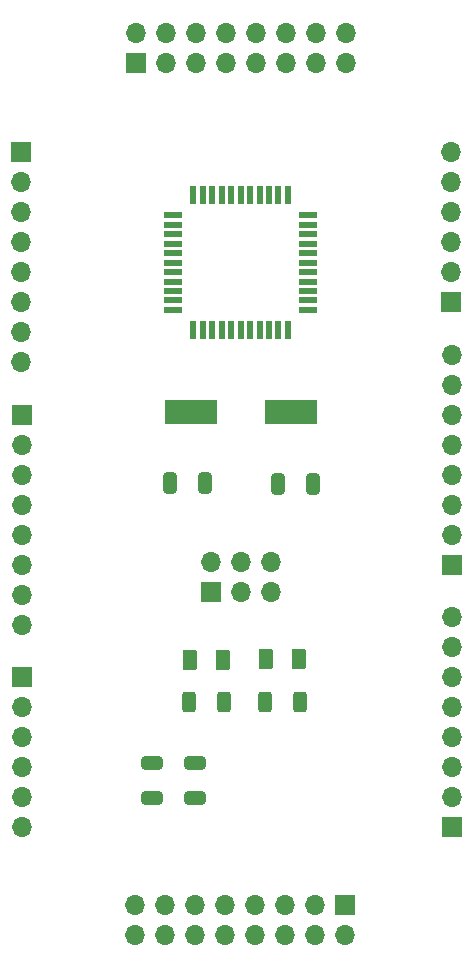
<source format=gbr>
%TF.GenerationSoftware,KiCad,Pcbnew,8.0.2*%
%TF.CreationDate,2024-07-23T13:49:49-06:00*%
%TF.ProjectId,32u4_breakout,33327534-5f62-4726-9561-6b6f75742e6b,rev?*%
%TF.SameCoordinates,Original*%
%TF.FileFunction,Soldermask,Top*%
%TF.FilePolarity,Negative*%
%FSLAX46Y46*%
G04 Gerber Fmt 4.6, Leading zero omitted, Abs format (unit mm)*
G04 Created by KiCad (PCBNEW 8.0.2) date 2024-07-23 13:49:49*
%MOMM*%
%LPD*%
G01*
G04 APERTURE LIST*
G04 Aperture macros list*
%AMRoundRect*
0 Rectangle with rounded corners*
0 $1 Rounding radius*
0 $2 $3 $4 $5 $6 $7 $8 $9 X,Y pos of 4 corners*
0 Add a 4 corners polygon primitive as box body*
4,1,4,$2,$3,$4,$5,$6,$7,$8,$9,$2,$3,0*
0 Add four circle primitives for the rounded corners*
1,1,$1+$1,$2,$3*
1,1,$1+$1,$4,$5*
1,1,$1+$1,$6,$7*
1,1,$1+$1,$8,$9*
0 Add four rect primitives between the rounded corners*
20,1,$1+$1,$2,$3,$4,$5,0*
20,1,$1+$1,$4,$5,$6,$7,0*
20,1,$1+$1,$6,$7,$8,$9,0*
20,1,$1+$1,$8,$9,$2,$3,0*%
G04 Aperture macros list end*
%ADD10RoundRect,0.250000X-0.312500X-0.625000X0.312500X-0.625000X0.312500X0.625000X-0.312500X0.625000X0*%
%ADD11RoundRect,0.250000X-0.375000X-0.625000X0.375000X-0.625000X0.375000X0.625000X-0.375000X0.625000X0*%
%ADD12R,4.500000X2.000000*%
%ADD13R,1.700000X1.700000*%
%ADD14O,1.700000X1.700000*%
%ADD15RoundRect,0.250000X-0.650000X0.325000X-0.650000X-0.325000X0.650000X-0.325000X0.650000X0.325000X0*%
%ADD16R,1.500000X0.550000*%
%ADD17R,0.550000X1.500000*%
%ADD18RoundRect,0.250000X0.325000X0.650000X-0.325000X0.650000X-0.325000X-0.650000X0.325000X-0.650000X0*%
%ADD19RoundRect,0.250000X-0.325000X-0.650000X0.325000X-0.650000X0.325000X0.650000X-0.325000X0.650000X0*%
%ADD20RoundRect,0.250000X0.650000X-0.325000X0.650000X0.325000X-0.650000X0.325000X-0.650000X-0.325000X0*%
G04 APERTURE END LIST*
D10*
%TO.C,R2*%
X142450000Y-98450000D03*
X145375000Y-98450000D03*
%TD*%
D11*
%TO.C,D2*%
X142525000Y-94850000D03*
X145325000Y-94850000D03*
%TD*%
D12*
%TO.C,Y1*%
X144625000Y-73950000D03*
X136125000Y-73950000D03*
%TD*%
D13*
%TO.C,J4*%
X121900000Y-96390000D03*
D14*
X121900000Y-98930000D03*
X121900000Y-101470000D03*
X121900000Y-104010000D03*
X121900000Y-106550000D03*
X121900000Y-109090000D03*
%TD*%
D10*
%TO.C,R1*%
X136037500Y-98475000D03*
X138962500Y-98475000D03*
%TD*%
D15*
%TO.C,C3*%
X136525000Y-103675000D03*
X136525000Y-106625000D03*
%TD*%
D13*
%TO.C,J9*%
X149225000Y-115650000D03*
D14*
X149225000Y-118190000D03*
X146685000Y-115650000D03*
X146685000Y-118190000D03*
X144145000Y-115650000D03*
X144145000Y-118190000D03*
X141605000Y-115650000D03*
X141605000Y-118190000D03*
X139065000Y-115650000D03*
X139065000Y-118190000D03*
X136525000Y-115650000D03*
X136525000Y-118190000D03*
X133985000Y-115650000D03*
X133985000Y-118190000D03*
X131445000Y-115650000D03*
X131445000Y-118190000D03*
%TD*%
D11*
%TO.C,D1*%
X136100000Y-94875000D03*
X138900000Y-94875000D03*
%TD*%
D13*
%TO.C,J7*%
X158200000Y-64600000D03*
D14*
X158200000Y-62060000D03*
X158200000Y-59520000D03*
X158200000Y-56980000D03*
X158200000Y-54440000D03*
X158200000Y-51900000D03*
%TD*%
D16*
%TO.C,U1*%
X134675000Y-57275000D03*
X134675000Y-58075000D03*
X134675000Y-58875000D03*
X134675000Y-59675000D03*
X134675000Y-60475000D03*
X134675000Y-61275000D03*
X134675000Y-62075000D03*
X134675000Y-62875000D03*
X134675000Y-63675000D03*
X134675000Y-64475000D03*
X134675000Y-65275000D03*
D17*
X136375000Y-66975000D03*
X137175000Y-66975000D03*
X137975000Y-66975000D03*
X138775000Y-66975000D03*
X139575000Y-66975000D03*
X140375000Y-66975000D03*
X141175000Y-66975000D03*
X141975000Y-66975000D03*
X142775000Y-66975000D03*
X143575000Y-66975000D03*
X144375000Y-66975000D03*
D16*
X146075000Y-65275000D03*
X146075000Y-64475000D03*
X146075000Y-63675000D03*
X146075000Y-62875000D03*
X146075000Y-62075000D03*
X146075000Y-61275000D03*
X146075000Y-60475000D03*
X146075000Y-59675000D03*
X146075000Y-58875000D03*
X146075000Y-58075000D03*
X146075000Y-57275000D03*
D17*
X144375000Y-55575000D03*
X143575000Y-55575000D03*
X142775000Y-55575000D03*
X141975000Y-55575000D03*
X141175000Y-55575000D03*
X140375000Y-55575000D03*
X139575000Y-55575000D03*
X138775000Y-55575000D03*
X137975000Y-55575000D03*
X137175000Y-55575000D03*
X136375000Y-55575000D03*
%TD*%
D13*
%TO.C,J6*%
X158250000Y-86890000D03*
D14*
X158250000Y-84350000D03*
X158250000Y-81810000D03*
X158250000Y-79270000D03*
X158250000Y-76730000D03*
X158250000Y-74190000D03*
X158250000Y-71650000D03*
X158250000Y-69110000D03*
%TD*%
D18*
%TO.C,C1*%
X146525000Y-80050000D03*
X143575000Y-80050000D03*
%TD*%
D13*
%TO.C,J8*%
X131475000Y-44350000D03*
D14*
X131475000Y-41810000D03*
X134015000Y-44350000D03*
X134015000Y-41810000D03*
X136555000Y-44350000D03*
X136555000Y-41810000D03*
X139095000Y-44350000D03*
X139095000Y-41810000D03*
X141635000Y-44350000D03*
X141635000Y-41810000D03*
X144175000Y-44350000D03*
X144175000Y-41810000D03*
X146715000Y-44350000D03*
X146715000Y-41810000D03*
X149255000Y-44350000D03*
X149255000Y-41810000D03*
%TD*%
%TO.C,J1*%
X142930000Y-86610000D03*
X142930000Y-89150000D03*
X140390000Y-86610000D03*
X140390000Y-89150000D03*
X137850000Y-86610000D03*
D13*
X137850000Y-89150000D03*
%TD*%
%TO.C,J2*%
X121800000Y-51875000D03*
D14*
X121800000Y-54415000D03*
X121800000Y-56955000D03*
X121800000Y-59495000D03*
X121800000Y-62035000D03*
X121800000Y-64575000D03*
X121800000Y-67115000D03*
X121800000Y-69655000D03*
%TD*%
D19*
%TO.C,C2*%
X134425000Y-79950000D03*
X137375000Y-79950000D03*
%TD*%
D13*
%TO.C,J5*%
X158225000Y-109065000D03*
D14*
X158225000Y-106525000D03*
X158225000Y-103985000D03*
X158225000Y-101445000D03*
X158225000Y-98905000D03*
X158225000Y-96365000D03*
X158225000Y-93825000D03*
X158225000Y-91285000D03*
%TD*%
D20*
%TO.C,C4*%
X132900000Y-106625000D03*
X132900000Y-103675000D03*
%TD*%
D13*
%TO.C,J3*%
X121875000Y-74150000D03*
D14*
X121875000Y-76690000D03*
X121875000Y-79230000D03*
X121875000Y-81770000D03*
X121875000Y-84310000D03*
X121875000Y-86850000D03*
X121875000Y-89390000D03*
X121875000Y-91930000D03*
%TD*%
M02*

</source>
